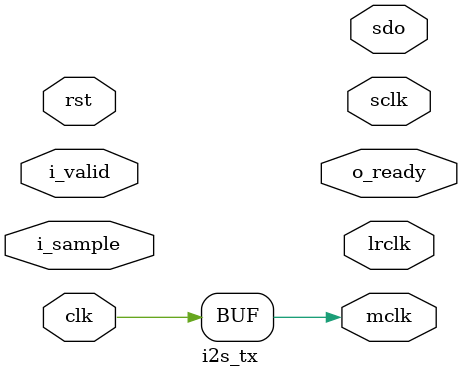
<source format=v>
`default_nettype none

module i2s_tx (
    input wire clk,
    input wire rst,
    input wire i_valid,
    output reg o_ready,
    input wire [DW-1:0] i_sample,
    // I2S signals
    output reg sdo,
    output reg sclk,
    output reg lrclk,
    output wire mclk
);

// Number of bits transmitted. This module will not pad any data.
parameter DW = 24;
// Sampling frequency ratio MCLK/LRCLK. 12.288MHz / 256 = 48kHz. 128: 96kHz
parameter FS_RATIO = 256;

// Bit counter
// Need to count to 2*DW for whole message.
reg [$clog2(DW << 1):0] counter;

// Skid buffer inputs?

// Module and device use same clock.
assign mclk = clk;


endmodule

</source>
